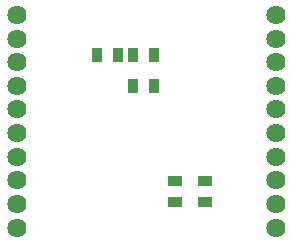
<source format=gbs>
G75*
%MOIN*%
%OFA0B0*%
%FSLAX25Y25*%
%IPPOS*%
%LPD*%
%AMOC8*
5,1,8,0,0,1.08239X$1,22.5*
%
%ADD10R,0.05124X0.03550*%
%ADD11R,0.03550X0.05124*%
%ADD12C,0.06400*%
D10*
X0060100Y0043057D03*
X0060100Y0050143D03*
X0070100Y0050143D03*
X0070100Y0043057D03*
D11*
X0053143Y0081600D03*
X0046057Y0081600D03*
X0046057Y0092100D03*
X0041143Y0092100D03*
X0034057Y0092100D03*
X0053143Y0092100D03*
D12*
X0007293Y0034474D03*
X0007293Y0042348D03*
X0007293Y0050222D03*
X0007293Y0058096D03*
X0007293Y0065970D03*
X0007293Y0073844D03*
X0007293Y0081718D03*
X0007293Y0089592D03*
X0007293Y0097466D03*
X0007293Y0105340D03*
X0093907Y0105340D03*
X0093907Y0097466D03*
X0093907Y0089592D03*
X0093907Y0081718D03*
X0093907Y0073844D03*
X0093907Y0065970D03*
X0093907Y0058096D03*
X0093907Y0050222D03*
X0093907Y0042348D03*
X0093907Y0034474D03*
M02*

</source>
